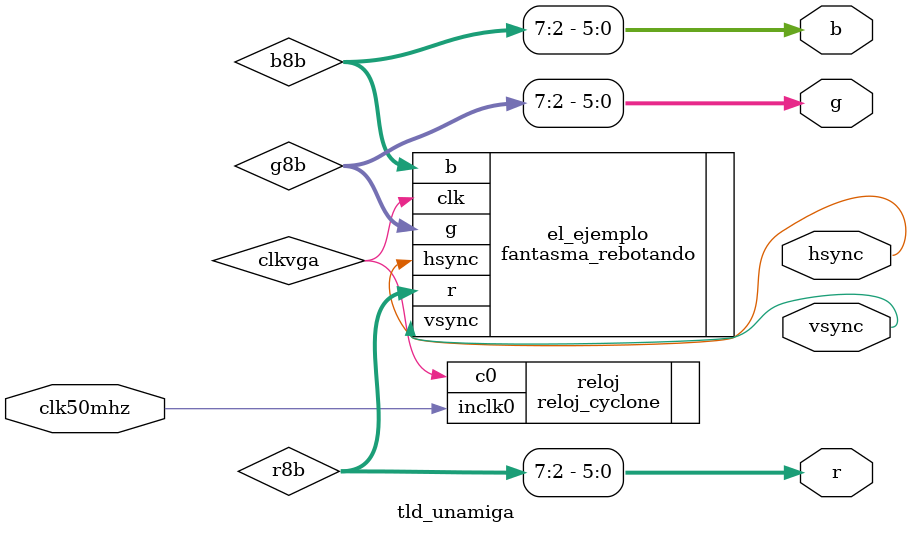
<source format=v>
`timescale 1ns / 1ns
`default_nettype none


module tld_unamiga (
  input wire clk50mhz,  // cristal de 50 MHz
  output wire [5:0] r,  // Salidas R,G,B
  output wire [5:0] g,  // de 6 bits
  output wire [5:0] b,  // cada una
  output wire hsync,    // Sincronismos horizontal
  output wire vsync     // y vertical
  );

  wire [7:0] r8b,g8b,b8b;
  assign r = r8b[7:2]; // como solo tenemos 6 bits por componente de color, asignamos de los 8 bits 
  assign g = g8b[7:2]; // originales de cada color solo los 6 bits mas significativos 
  assign b = b8b[7:2]; // (esto en ZX-UNO cambiaria a los 3 bits mas significativos)
	 
  wire clkvga;
  // cambiar el contenido de este modulo (reloj_cyclone) si hay que cambiar la frecuencia del reloj
  // si es que hemos cambiado el ModeLine en videosyncs.v para generar otra frecuencia distinta
  reloj_cyclone reloj (
	  .inclk0(clk50mhz),
	  .c0(clkvga)
	  );
    
  fantasma_rebotando el_ejemplo (
    .clk(clkvga),
    .r(r8b),
    .g(g8b),
    .b(b8b),
    .hsync(hsync),
    .vsync(vsync)
    );    
	 	 
endmodule

`default_nettype wire
</source>
